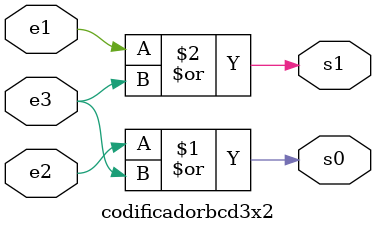
<source format=v>
module codificadorbcd3x2(e1, e2, e3, s0, s1);
    input e1, e2, e3;
    output s0, s1;

assign s0 = e2 | e3;
assign s1 = e1 | e3;
endmodule

</source>
